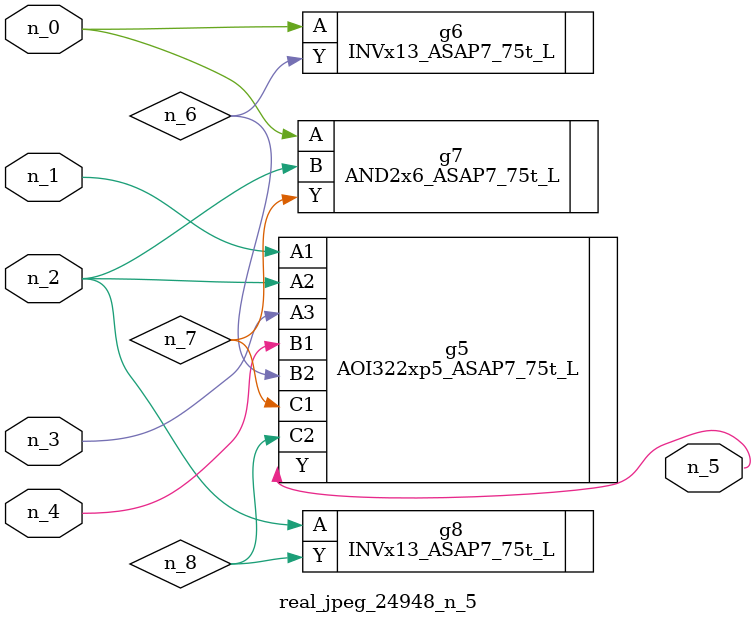
<source format=v>
module real_jpeg_24948_n_5 (n_4, n_0, n_1, n_2, n_3, n_5);

input n_4;
input n_0;
input n_1;
input n_2;
input n_3;

output n_5;

wire n_8;
wire n_6;
wire n_7;

INVx13_ASAP7_75t_L g6 ( 
.A(n_0),
.Y(n_6)
);

AND2x6_ASAP7_75t_L g7 ( 
.A(n_0),
.B(n_2),
.Y(n_7)
);

AOI322xp5_ASAP7_75t_L g5 ( 
.A1(n_1),
.A2(n_2),
.A3(n_3),
.B1(n_4),
.B2(n_6),
.C1(n_7),
.C2(n_8),
.Y(n_5)
);

INVx13_ASAP7_75t_L g8 ( 
.A(n_2),
.Y(n_8)
);


endmodule
</source>
